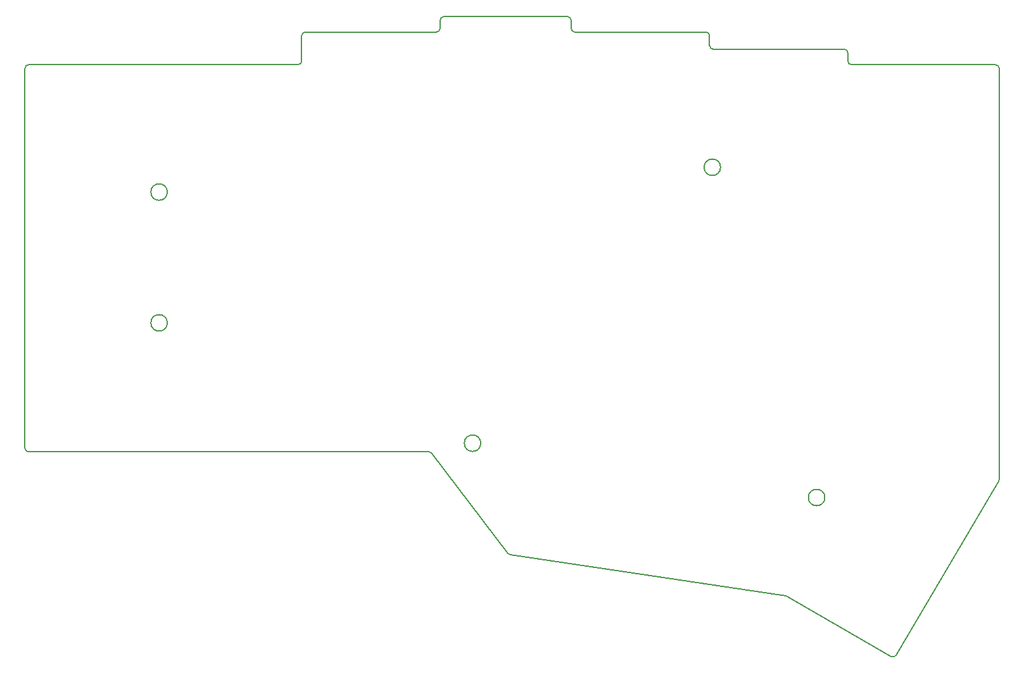
<source format=gm1>
G04 #@! TF.GenerationSoftware,KiCad,Pcbnew,8.0.8+1*
G04 #@! TF.CreationDate,2025-07-09T04:57:54+00:00*
G04 #@! TF.ProjectId,backplate,6261636b-706c-4617-9465-2e6b69636164,0.2*
G04 #@! TF.SameCoordinates,Original*
G04 #@! TF.FileFunction,Profile,NP*
%FSLAX46Y46*%
G04 Gerber Fmt 4.6, Leading zero omitted, Abs format (unit mm)*
G04 Created by KiCad (PCBNEW 8.0.8+1) date 2025-07-09 04:57:54*
%MOMM*%
%LPD*%
G01*
G04 APERTURE LIST*
G04 #@! TA.AperFunction,Profile*
%ADD10C,0.150000*%
G04 #@! TD*
G04 APERTURE END LIST*
D10*
X91316981Y-108012450D02*
X91315019Y-57202506D01*
X91815006Y-56702486D02*
X127815014Y-56701514D01*
X128315000Y-56201514D02*
X128315000Y-52827500D01*
X128815000Y-52327500D02*
X146315000Y-52327500D01*
X146815000Y-51827500D02*
X146815000Y-50752500D01*
X147315000Y-50252500D02*
X163843000Y-50252500D01*
X164343000Y-50752500D02*
X164343000Y-51827500D01*
X164843000Y-52327500D02*
X182343000Y-52327500D01*
X182843000Y-52827500D02*
X182843000Y-54123122D01*
X183342878Y-54623122D02*
X200837063Y-54627377D01*
X201336905Y-55133401D02*
X201324097Y-56196476D01*
X221253000Y-112909096D02*
X207799933Y-135723804D01*
X207119235Y-135902849D02*
X193184927Y-127857872D01*
X193008466Y-127796322D02*
X156246981Y-122330034D01*
X155921790Y-122137157D02*
X145757574Y-108703349D01*
X145358774Y-108505034D02*
X91817050Y-108512431D01*
X201824060Y-56702500D02*
X221068000Y-56702500D01*
X221568000Y-57202500D02*
X221568000Y-112229525D01*
X221501013Y-112479525D02*
X221253000Y-112909096D01*
X91315019Y-57202506D02*
G75*
G02*
X91815006Y-56702519I499981J6D01*
G01*
X128315000Y-56201514D02*
G75*
G02*
X127815013Y-56701500I-500000J14D01*
G01*
X128315000Y-52827500D02*
G75*
G02*
X128815000Y-52327500I500000J0D01*
G01*
X146815000Y-51827500D02*
G75*
G02*
X146315000Y-52327500I-500000J0D01*
G01*
X146815000Y-50752500D02*
G75*
G02*
X147315000Y-50252500I500000J0D01*
G01*
X163843000Y-50252500D02*
G75*
G02*
X164343000Y-50752500I0J-500000D01*
G01*
X164843000Y-52327500D02*
G75*
G02*
X164343000Y-51827500I0J500000D01*
G01*
X182343000Y-52327500D02*
G75*
G02*
X182843000Y-52827500I0J-500000D01*
G01*
X183342878Y-54623122D02*
G75*
G02*
X182842978Y-54123122I122J500022D01*
G01*
X200837063Y-54627377D02*
G75*
G02*
X201336887Y-55133401I-163J-500023D01*
G01*
X201824060Y-56702500D02*
G75*
G02*
X201324136Y-56196476I40J500000D01*
G01*
X221068000Y-56702500D02*
G75*
G02*
X221568000Y-57202500I0J-500000D01*
G01*
X221568000Y-112229525D02*
G75*
G02*
X221501002Y-112479519I-500000J25D01*
G01*
X207799933Y-135723804D02*
G75*
G02*
X207119217Y-135902879I-430733J254004D01*
G01*
X193008466Y-127796322D02*
G75*
G02*
X193184923Y-127857878I-73566J-494578D01*
G01*
X156246981Y-122330034D02*
G75*
G02*
X155921788Y-122137158I73519J494534D01*
G01*
X145358774Y-108505034D02*
G75*
G02*
X145757536Y-108703378I26J-499966D01*
G01*
X91817050Y-108512431D02*
G75*
G02*
X91316969Y-108012450I-50J500031D01*
G01*
X110350000Y-73750000D02*
G75*
G02*
X108150000Y-73750000I-1100000J0D01*
G01*
X108150000Y-73750000D02*
G75*
G02*
X110350000Y-73750000I1100000J0D01*
G01*
X110350000Y-91250000D02*
G75*
G02*
X108150000Y-91250000I-1100000J0D01*
G01*
X108150000Y-91250000D02*
G75*
G02*
X110350000Y-91250000I1100000J0D01*
G01*
X184318000Y-70423500D02*
G75*
G02*
X182118000Y-70423500I-1100000J0D01*
G01*
X182118000Y-70423500D02*
G75*
G02*
X184318000Y-70423500I1100000J0D01*
G01*
X152257000Y-107365000D02*
G75*
G02*
X150057000Y-107365000I-1100000J0D01*
G01*
X150057000Y-107365000D02*
G75*
G02*
X152257000Y-107365000I1100000J0D01*
G01*
X198257608Y-114631748D02*
G75*
G02*
X196057608Y-114631748I-1100000J0D01*
G01*
X196057608Y-114631748D02*
G75*
G02*
X198257608Y-114631748I1100000J0D01*
G01*
M02*

</source>
